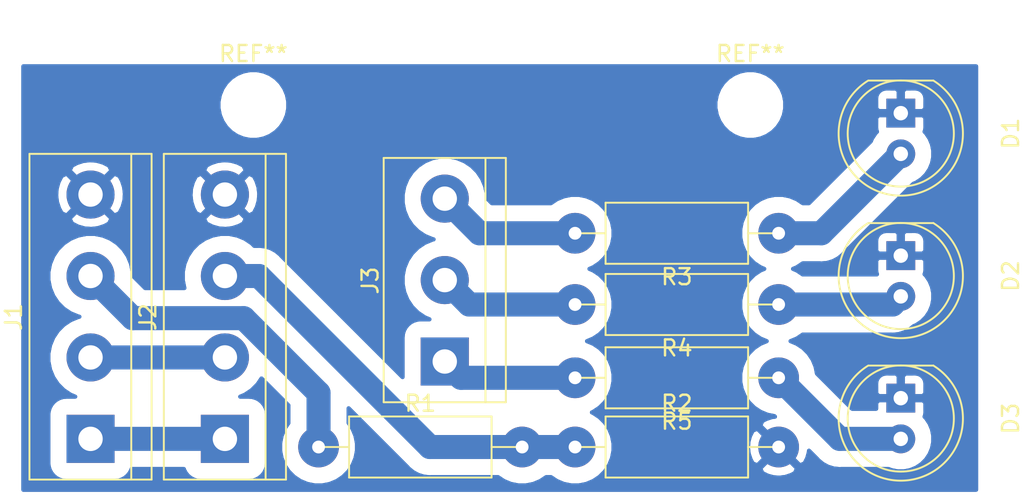
<source format=kicad_pcb>
(kicad_pcb (version 20171130) (host pcbnew "(5.1.12)-1")

  (general
    (thickness 1.6)
    (drawings 5)
    (tracks 22)
    (zones 0)
    (modules 13)
    (nets 12)
  )

  (page A4)
  (layers
    (0 F.Cu signal)
    (31 B.Cu signal)
    (32 B.Adhes user)
    (33 F.Adhes user)
    (34 B.Paste user)
    (35 F.Paste user)
    (36 B.SilkS user)
    (37 F.SilkS user)
    (38 B.Mask user)
    (39 F.Mask user)
    (40 Dwgs.User user)
    (41 Cmts.User user)
    (42 Eco1.User user)
    (43 Eco2.User user)
    (44 Edge.Cuts user)
    (45 Margin user)
    (46 B.CrtYd user)
    (47 F.CrtYd user)
    (48 B.Fab user)
    (49 F.Fab user)
  )

  (setup
    (last_trace_width 1.5)
    (user_trace_width 1.5)
    (trace_clearance 0.2)
    (zone_clearance 0.508)
    (zone_45_only no)
    (trace_min 0.2)
    (via_size 0.8)
    (via_drill 0.4)
    (via_min_size 0.4)
    (via_min_drill 0.3)
    (uvia_size 0.3)
    (uvia_drill 0.1)
    (uvias_allowed no)
    (uvia_min_size 0.2)
    (uvia_min_drill 0.1)
    (edge_width 0.05)
    (segment_width 0.2)
    (pcb_text_width 0.3)
    (pcb_text_size 1.5 1.5)
    (mod_edge_width 0.12)
    (mod_text_size 1 1)
    (mod_text_width 0.15)
    (pad_size 1.524 1.524)
    (pad_drill 0.762)
    (pad_to_mask_clearance 0)
    (aux_axis_origin 0 0)
    (visible_elements 7FFFFFFF)
    (pcbplotparams
      (layerselection 0x010fc_ffffffff)
      (usegerberextensions false)
      (usegerberattributes true)
      (usegerberadvancedattributes true)
      (creategerberjobfile true)
      (excludeedgelayer true)
      (linewidth 0.100000)
      (plotframeref false)
      (viasonmask false)
      (mode 1)
      (useauxorigin false)
      (hpglpennumber 1)
      (hpglpenspeed 20)
      (hpglpendiameter 15.000000)
      (psnegative false)
      (psa4output false)
      (plotreference true)
      (plotvalue true)
      (plotinvisibletext false)
      (padsonsilk false)
      (subtractmaskfromsilk false)
      (outputformat 1)
      (mirror false)
      (drillshape 1)
      (scaleselection 1)
      (outputdirectory ""))
  )

  (net 0 "")
  (net 1 "Net-(J1-Pad2)")
  (net 2 "Net-(J1-Pad3)")
  (net 3 "Net-(J1-Pad1)")
  (net 4 "Net-(D1-Pad2)")
  (net 5 "Net-(D2-Pad2)")
  (net 6 "Net-(D3-Pad2)")
  (net 7 "Net-(J3-Pad1)")
  (net 8 "Net-(J3-Pad2)")
  (net 9 "Net-(J3-Pad3)")
  (net 10 Earth)
  (net 11 "Net-(J2-Pad3)")

  (net_class Default "This is the default net class."
    (clearance 0.2)
    (trace_width 0.25)
    (via_dia 0.8)
    (via_drill 0.4)
    (uvia_dia 0.3)
    (uvia_drill 0.1)
    (add_net Earth)
    (add_net "Net-(D1-Pad2)")
    (add_net "Net-(D2-Pad2)")
    (add_net "Net-(D3-Pad2)")
    (add_net "Net-(J1-Pad1)")
    (add_net "Net-(J1-Pad2)")
    (add_net "Net-(J1-Pad3)")
    (add_net "Net-(J2-Pad3)")
    (add_net "Net-(J3-Pad1)")
    (add_net "Net-(J3-Pad2)")
    (add_net "Net-(J3-Pad3)")
  )

  (module TerminalBlock:TerminalBlock_bornier-4_P5.08mm (layer F.Cu) (tedit 59FF03D1) (tstamp 627012D6)
    (at 137.16 104.902 90)
    (descr "simple 4-pin terminal block, pitch 5.08mm, revamped version of bornier4")
    (tags "terminal block bornier4")
    (path /626B797D)
    (fp_text reference J2 (at 7.6 -4.8 90) (layer F.SilkS)
      (effects (font (size 1 1) (thickness 0.15)))
    )
    (fp_text value Screw_Terminal_01x04 (at 7.6 4.75 90) (layer F.Fab)
      (effects (font (size 1 1) (thickness 0.15)))
    )
    (fp_line (start -2.48 2.55) (end 17.72 2.55) (layer F.Fab) (width 0.1))
    (fp_line (start -2.43 3.75) (end -2.48 3.75) (layer F.Fab) (width 0.1))
    (fp_line (start -2.48 3.75) (end -2.48 -3.75) (layer F.Fab) (width 0.1))
    (fp_line (start -2.48 -3.75) (end 17.72 -3.75) (layer F.Fab) (width 0.1))
    (fp_line (start 17.72 -3.75) (end 17.72 3.75) (layer F.Fab) (width 0.1))
    (fp_line (start 17.72 3.75) (end -2.43 3.75) (layer F.Fab) (width 0.1))
    (fp_line (start -2.54 -3.81) (end -2.54 3.81) (layer F.SilkS) (width 0.12))
    (fp_line (start 17.78 3.81) (end 17.78 -3.81) (layer F.SilkS) (width 0.12))
    (fp_line (start 17.78 2.54) (end -2.54 2.54) (layer F.SilkS) (width 0.12))
    (fp_line (start -2.54 -3.81) (end 17.78 -3.81) (layer F.SilkS) (width 0.12))
    (fp_line (start -2.54 3.81) (end 17.78 3.81) (layer F.SilkS) (width 0.12))
    (fp_line (start -2.73 -4) (end 17.97 -4) (layer F.CrtYd) (width 0.05))
    (fp_line (start -2.73 -4) (end -2.73 4) (layer F.CrtYd) (width 0.05))
    (fp_line (start 17.97 4) (end 17.97 -4) (layer F.CrtYd) (width 0.05))
    (fp_line (start 17.97 4) (end -2.73 4) (layer F.CrtYd) (width 0.05))
    (fp_text user %R (at 7.62 0 90) (layer F.Fab)
      (effects (font (size 1 1) (thickness 0.15)))
    )
    (pad 2 thru_hole circle (at 5.08 0 90) (size 3 3) (drill 1.52) (layers *.Cu *.Mask)
      (net 1 "Net-(J1-Pad2)"))
    (pad 3 thru_hole circle (at 10.16 0 90) (size 3 3) (drill 1.52) (layers *.Cu *.Mask)
      (net 11 "Net-(J2-Pad3)"))
    (pad 1 thru_hole rect (at 0 0 90) (size 3 3) (drill 1.52) (layers *.Cu *.Mask)
      (net 3 "Net-(J1-Pad1)"))
    (pad 4 thru_hole circle (at 15.24 0 90) (size 3 3) (drill 1.52) (layers *.Cu *.Mask)
      (net 10 Earth))
    (model ${KISYS3DMOD}/TerminalBlock.3dshapes/TerminalBlock_bornier-4_P5.08mm.wrl
      (offset (xyz 7.619999885559082 0 0))
      (scale (xyz 1 1 1))
      (rotate (xyz 0 0 0))
    )
  )

  (module MountingHole:MountingHole_2.1mm (layer F.Cu) (tedit 5B924765) (tstamp 6270209C)
    (at 138.938 84.074)
    (descr "Mounting Hole 2.1mm, no annular")
    (tags "mounting hole 2.1mm no annular")
    (attr virtual)
    (fp_text reference REF** (at 0 -3.2) (layer F.SilkS)
      (effects (font (size 1 1) (thickness 0.15)))
    )
    (fp_text value MountingHole_2.1mm (at 2.3876 -5.7023) (layer F.Fab)
      (effects (font (size 1 1) (thickness 0.15)))
    )
    (fp_text user %R (at 0.3 0) (layer F.Fab)
      (effects (font (size 1 1) (thickness 0.15)))
    )
    (fp_circle (center 0 0) (end 2.1 0) (layer Cmts.User) (width 0.15))
    (fp_circle (center 0 0) (end 2.35 0) (layer F.CrtYd) (width 0.05))
    (pad "" np_thru_hole circle (at 0 0) (size 2.1 2.1) (drill 2.1) (layers *.Cu *.Mask))
  )

  (module MountingHole:MountingHole_2.1mm (layer F.Cu) (tedit 5B924765) (tstamp 62702071)
    (at 169.94 84.074)
    (descr "Mounting Hole 2.1mm, no annular")
    (tags "mounting hole 2.1mm no annular")
    (attr virtual)
    (fp_text reference REF** (at 0 -3.2) (layer F.SilkS)
      (effects (font (size 1 1) (thickness 0.15)))
    )
    (fp_text value MountingHole_2.1mm (at 0 3.2) (layer F.Fab)
      (effects (font (size 1 1) (thickness 0.15)))
    )
    (fp_text user %R (at 0.3 0) (layer F.Fab)
      (effects (font (size 1 1) (thickness 0.15)))
    )
    (fp_circle (center 0 0) (end 2.1 0) (layer Cmts.User) (width 0.15))
    (fp_circle (center 0 0) (end 2.35 0) (layer F.CrtYd) (width 0.05))
    (pad "" np_thru_hole circle (at 0 0) (size 2.1 2.1) (drill 2.1) (layers *.Cu *.Mask))
  )

  (module mes_empuntes:R (layer F.Cu) (tedit 60E6F086) (tstamp 62700A07)
    (at 171.704 92.075 180)
    (descr "Resistor, Axial_DIN0309 series, Axial, Horizontal, pin pitch=12.7mm, 0.5W = 1/2W, length*diameter=9*3.2mm^2, http://cdn-reichelt.de/documents/datenblatt/B400/1_4W%23YAG.pdf")
    (tags "Resistor Axial_DIN0309 series Axial Horizontal pin pitch 12.7mm 0.5W = 1/2W length 9mm diameter 3.2mm")
    (path /626FDA3D)
    (fp_text reference R3 (at 6.35 -2.72) (layer F.SilkS)
      (effects (font (size 1 1) (thickness 0.15)))
    )
    (fp_text value R (at 6.35 2.72) (layer F.Fab)
      (effects (font (size 1 1) (thickness 0.15)))
    )
    (fp_line (start 13.75 -1.85) (end -1.05 -1.85) (layer F.CrtYd) (width 0.05))
    (fp_line (start 13.75 1.85) (end 13.75 -1.85) (layer F.CrtYd) (width 0.05))
    (fp_line (start -1.05 1.85) (end 13.75 1.85) (layer F.CrtYd) (width 0.05))
    (fp_line (start -1.05 -1.85) (end -1.05 1.85) (layer F.CrtYd) (width 0.05))
    (fp_line (start 0 0) (end 1.905 0) (layer F.SilkS) (width 0.12))
    (fp_line (start 12.7 0) (end 10.795 0) (layer F.SilkS) (width 0.12))
    (fp_line (start 1.905 -1.905) (end 1.905 1.905) (layer F.SilkS) (width 0.12))
    (fp_line (start 1.905 1.905) (end 10.795 1.905) (layer F.SilkS) (width 0.12))
    (fp_line (start 10.795 1.905) (end 10.795 -1.905) (layer F.SilkS) (width 0.12))
    (fp_line (start 10.795 -1.905) (end 1.905 -1.905) (layer F.SilkS) (width 0.12))
    (fp_text user %R (at 6.858 0.127) (layer F.Fab)
      (effects (font (size 1 1) (thickness 0.15)))
    )
    (pad 1 thru_hole circle (at 0 0 180) (size 2.54 2.54) (drill 0.8) (layers *.Cu *.Mask)
      (net 4 "Net-(D1-Pad2)"))
    (pad 2 thru_hole circle (at 12.7 0 180) (size 2.54 2.54) (drill 0.8) (layers *.Cu *.Mask)
      (net 9 "Net-(J3-Pad3)"))
    (model ${KISYS3DMOD}/Resistor_THT.3dshapes/R_Axial_DIN0309_L9.0mm_D3.2mm_P12.70mm_Horizontal.wrl
      (at (xyz 0 0 0))
      (scale (xyz 1 1 1))
      (rotate (xyz 0 0 0))
    )
  )

  (module TerminalBlock:TerminalBlock_bornier-4_P5.08mm (layer F.Cu) (tedit 59FF03D1) (tstamp 626AF6CD)
    (at 128.778 104.902 90)
    (descr "simple 4-pin terminal block, pitch 5.08mm, revamped version of bornier4")
    (tags "terminal block bornier4")
    (path /626AA26F)
    (fp_text reference J1 (at 7.6 -4.8 90) (layer F.SilkS)
      (effects (font (size 1 1) (thickness 0.15)))
    )
    (fp_text value Screw_Terminal_01x04 (at 7.6 4.75 90) (layer F.Fab)
      (effects (font (size 1 1) (thickness 0.15)))
    )
    (fp_line (start 17.97 4) (end -2.73 4) (layer F.CrtYd) (width 0.05))
    (fp_line (start 17.97 4) (end 17.97 -4) (layer F.CrtYd) (width 0.05))
    (fp_line (start -2.73 -4) (end -2.73 4) (layer F.CrtYd) (width 0.05))
    (fp_line (start -2.73 -4) (end 17.97 -4) (layer F.CrtYd) (width 0.05))
    (fp_line (start -2.54 3.81) (end 17.78 3.81) (layer F.SilkS) (width 0.12))
    (fp_line (start -2.54 -3.81) (end 17.78 -3.81) (layer F.SilkS) (width 0.12))
    (fp_line (start 17.78 2.54) (end -2.54 2.54) (layer F.SilkS) (width 0.12))
    (fp_line (start 17.78 3.81) (end 17.78 -3.81) (layer F.SilkS) (width 0.12))
    (fp_line (start -2.54 -3.81) (end -2.54 3.81) (layer F.SilkS) (width 0.12))
    (fp_line (start 17.72 3.75) (end -2.43 3.75) (layer F.Fab) (width 0.1))
    (fp_line (start 17.72 -3.75) (end 17.72 3.75) (layer F.Fab) (width 0.1))
    (fp_line (start -2.48 -3.75) (end 17.72 -3.75) (layer F.Fab) (width 0.1))
    (fp_line (start -2.48 3.75) (end -2.48 -3.75) (layer F.Fab) (width 0.1))
    (fp_line (start -2.43 3.75) (end -2.48 3.75) (layer F.Fab) (width 0.1))
    (fp_line (start -2.48 2.55) (end 17.72 2.55) (layer F.Fab) (width 0.1))
    (fp_text user %R (at 7.62 0 90) (layer F.Fab)
      (effects (font (size 1 1) (thickness 0.15)))
    )
    (pad 2 thru_hole circle (at 5.08 0 90) (size 3 3) (drill 1.52) (layers *.Cu *.Mask)
      (net 1 "Net-(J1-Pad2)"))
    (pad 3 thru_hole circle (at 10.16 0 90) (size 3 3) (drill 1.52) (layers *.Cu *.Mask)
      (net 2 "Net-(J1-Pad3)"))
    (pad 1 thru_hole rect (at 0 0 90) (size 3 3) (drill 1.52) (layers *.Cu *.Mask)
      (net 3 "Net-(J1-Pad1)"))
    (pad 4 thru_hole circle (at 15.24 0 90) (size 3 3) (drill 1.52) (layers *.Cu *.Mask)
      (net 10 Earth))
    (model ${KISYS3DMOD}/TerminalBlock.3dshapes/TerminalBlock_bornier-4_P5.08mm.wrl
      (offset (xyz 7.619999885559082 0 0))
      (scale (xyz 1 1 1))
      (rotate (xyz 0 0 0))
    )
  )

  (module mes_empuntes:R (layer F.Cu) (tedit 60E6F086) (tstamp 626AF6DE)
    (at 143.002 105.41)
    (descr "Resistor, Axial_DIN0309 series, Axial, Horizontal, pin pitch=12.7mm, 0.5W = 1/2W, length*diameter=9*3.2mm^2, http://cdn-reichelt.de/documents/datenblatt/B400/1_4W%23YAG.pdf")
    (tags "Resistor Axial_DIN0309 series Axial Horizontal pin pitch 12.7mm 0.5W = 1/2W length 9mm diameter 3.2mm")
    (path /626AAD55)
    (fp_text reference R1 (at 6.35 -2.72) (layer F.SilkS)
      (effects (font (size 1 1) (thickness 0.15)))
    )
    (fp_text value 1000 (at 6.35 2.72) (layer F.Fab)
      (effects (font (size 1 1) (thickness 0.15)))
    )
    (fp_line (start 10.795 -1.905) (end 1.905 -1.905) (layer F.SilkS) (width 0.12))
    (fp_line (start 10.795 1.905) (end 10.795 -1.905) (layer F.SilkS) (width 0.12))
    (fp_line (start 1.905 1.905) (end 10.795 1.905) (layer F.SilkS) (width 0.12))
    (fp_line (start 1.905 -1.905) (end 1.905 1.905) (layer F.SilkS) (width 0.12))
    (fp_line (start 12.7 0) (end 10.795 0) (layer F.SilkS) (width 0.12))
    (fp_line (start 0 0) (end 1.905 0) (layer F.SilkS) (width 0.12))
    (fp_line (start -1.05 -1.85) (end -1.05 1.85) (layer F.CrtYd) (width 0.05))
    (fp_line (start -1.05 1.85) (end 13.75 1.85) (layer F.CrtYd) (width 0.05))
    (fp_line (start 13.75 1.85) (end 13.75 -1.85) (layer F.CrtYd) (width 0.05))
    (fp_line (start 13.75 -1.85) (end -1.05 -1.85) (layer F.CrtYd) (width 0.05))
    (fp_text user %R (at 3.81 0) (layer F.Fab)
      (effects (font (size 1 1) (thickness 0.15)))
    )
    (pad 1 thru_hole circle (at 0 0) (size 2.54 2.54) (drill 0.8) (layers *.Cu *.Mask)
      (net 2 "Net-(J1-Pad3)"))
    (pad 2 thru_hole circle (at 12.7 0) (size 2.54 2.54) (drill 0.8) (layers *.Cu *.Mask)
      (net 11 "Net-(J2-Pad3)"))
    (model ${KISYS3DMOD}/Resistor_THT.3dshapes/R_Axial_DIN0309_L9.0mm_D3.2mm_P12.70mm_Horizontal.wrl
      (at (xyz 0 0 0))
      (scale (xyz 1 1 1))
      (rotate (xyz 0 0 0))
    )
  )

  (module mes_empuntes:R (layer F.Cu) (tedit 60E6F086) (tstamp 626AF6EF)
    (at 159.004 105.41)
    (descr "Resistor, Axial_DIN0309 series, Axial, Horizontal, pin pitch=12.7mm, 0.5W = 1/2W, length*diameter=9*3.2mm^2, http://cdn-reichelt.de/documents/datenblatt/B400/1_4W%23YAG.pdf")
    (tags "Resistor Axial_DIN0309 series Axial Horizontal pin pitch 12.7mm 0.5W = 1/2W length 9mm diameter 3.2mm")
    (path /626ABA75)
    (fp_text reference R2 (at 6.35 -2.72) (layer F.SilkS)
      (effects (font (size 1 1) (thickness 0.15)))
    )
    (fp_text value 2000 (at 6.35 2.72) (layer F.Fab)
      (effects (font (size 1 1) (thickness 0.15)))
    )
    (fp_line (start 13.75 -1.85) (end -1.05 -1.85) (layer F.CrtYd) (width 0.05))
    (fp_line (start 13.75 1.85) (end 13.75 -1.85) (layer F.CrtYd) (width 0.05))
    (fp_line (start -1.05 1.85) (end 13.75 1.85) (layer F.CrtYd) (width 0.05))
    (fp_line (start -1.05 -1.85) (end -1.05 1.85) (layer F.CrtYd) (width 0.05))
    (fp_line (start 0 0) (end 1.905 0) (layer F.SilkS) (width 0.12))
    (fp_line (start 12.7 0) (end 10.795 0) (layer F.SilkS) (width 0.12))
    (fp_line (start 1.905 -1.905) (end 1.905 1.905) (layer F.SilkS) (width 0.12))
    (fp_line (start 1.905 1.905) (end 10.795 1.905) (layer F.SilkS) (width 0.12))
    (fp_line (start 10.795 1.905) (end 10.795 -1.905) (layer F.SilkS) (width 0.12))
    (fp_line (start 10.795 -1.905) (end 1.905 -1.905) (layer F.SilkS) (width 0.12))
    (fp_text user %R (at 4.1656 -0.1016) (layer F.Fab)
      (effects (font (size 1 1) (thickness 0.15)))
    )
    (pad 2 thru_hole circle (at 12.7 0) (size 2.54 2.54) (drill 0.8) (layers *.Cu *.Mask)
      (net 10 Earth))
    (pad 1 thru_hole circle (at 0 0) (size 2.54 2.54) (drill 0.8) (layers *.Cu *.Mask)
      (net 11 "Net-(J2-Pad3)"))
    (model ${KISYS3DMOD}/Resistor_THT.3dshapes/R_Axial_DIN0309_L9.0mm_D3.2mm_P12.70mm_Horizontal.wrl
      (at (xyz 0 0 0))
      (scale (xyz 1 1 1))
      (rotate (xyz 0 0 0))
    )
  )

  (module TerminalBlock:TerminalBlock_bornier-3_P5.08mm (layer F.Cu) (tedit 59FF03B9) (tstamp 627005CC)
    (at 150.876 100.076 90)
    (descr "simple 3-pin terminal block, pitch 5.08mm, revamped version of bornier3")
    (tags "terminal block bornier3")
    (path /626BD496)
    (fp_text reference J3 (at 5.05 -4.65 90) (layer F.SilkS)
      (effects (font (size 1 1) (thickness 0.15)))
    )
    (fp_text value Screw_Terminal_01x03 (at 5.08 5.08 90) (layer F.Fab)
      (effects (font (size 1 1) (thickness 0.15)))
    )
    (fp_line (start -2.47 2.55) (end 12.63 2.55) (layer F.Fab) (width 0.1))
    (fp_line (start -2.47 -3.75) (end 12.63 -3.75) (layer F.Fab) (width 0.1))
    (fp_line (start 12.63 -3.75) (end 12.63 3.75) (layer F.Fab) (width 0.1))
    (fp_line (start 12.63 3.75) (end -2.47 3.75) (layer F.Fab) (width 0.1))
    (fp_line (start -2.47 3.75) (end -2.47 -3.75) (layer F.Fab) (width 0.1))
    (fp_line (start -2.54 3.81) (end -2.54 -3.81) (layer F.SilkS) (width 0.12))
    (fp_line (start 12.7 3.81) (end 12.7 -3.81) (layer F.SilkS) (width 0.12))
    (fp_line (start -2.54 2.54) (end 12.7 2.54) (layer F.SilkS) (width 0.12))
    (fp_line (start -2.54 -3.81) (end 12.7 -3.81) (layer F.SilkS) (width 0.12))
    (fp_line (start -2.54 3.81) (end 12.7 3.81) (layer F.SilkS) (width 0.12))
    (fp_line (start -2.72 -4) (end 12.88 -4) (layer F.CrtYd) (width 0.05))
    (fp_line (start -2.72 -4) (end -2.72 4) (layer F.CrtYd) (width 0.05))
    (fp_line (start 12.88 4) (end 12.88 -4) (layer F.CrtYd) (width 0.05))
    (fp_line (start 12.88 4) (end -2.72 4) (layer F.CrtYd) (width 0.05))
    (fp_text user %R (at 5.08 0 90) (layer F.Fab)
      (effects (font (size 1 1) (thickness 0.15)))
    )
    (pad 1 thru_hole rect (at 0 0 90) (size 3 3) (drill 1.52) (layers *.Cu *.Mask)
      (net 7 "Net-(J3-Pad1)"))
    (pad 2 thru_hole circle (at 5.08 0 90) (size 3 3) (drill 1.52) (layers *.Cu *.Mask)
      (net 8 "Net-(J3-Pad2)"))
    (pad 3 thru_hole circle (at 10.16 0 90) (size 3 3) (drill 1.52) (layers *.Cu *.Mask)
      (net 9 "Net-(J3-Pad3)"))
    (model ${KISYS3DMOD}/TerminalBlock.3dshapes/TerminalBlock_bornier-3_P5.08mm.wrl
      (offset (xyz 5.079999923706055 0 0))
      (scale (xyz 1 1 1))
      (rotate (xyz 0 0 0))
    )
  )

  (module mes_empuntes:R (layer F.Cu) (tedit 60E6F086) (tstamp 62700A18)
    (at 171.704 96.52 180)
    (descr "Resistor, Axial_DIN0309 series, Axial, Horizontal, pin pitch=12.7mm, 0.5W = 1/2W, length*diameter=9*3.2mm^2, http://cdn-reichelt.de/documents/datenblatt/B400/1_4W%23YAG.pdf")
    (tags "Resistor Axial_DIN0309 series Axial Horizontal pin pitch 12.7mm 0.5W = 1/2W length 9mm diameter 3.2mm")
    (path /626FE2BD)
    (fp_text reference R4 (at 6.35 -2.72) (layer F.SilkS)
      (effects (font (size 1 1) (thickness 0.15)))
    )
    (fp_text value R (at 6.35 2.72) (layer F.Fab)
      (effects (font (size 1 1) (thickness 0.15)))
    )
    (fp_line (start 10.795 -1.905) (end 1.905 -1.905) (layer F.SilkS) (width 0.12))
    (fp_line (start 10.795 1.905) (end 10.795 -1.905) (layer F.SilkS) (width 0.12))
    (fp_line (start 1.905 1.905) (end 10.795 1.905) (layer F.SilkS) (width 0.12))
    (fp_line (start 1.905 -1.905) (end 1.905 1.905) (layer F.SilkS) (width 0.12))
    (fp_line (start 12.7 0) (end 10.795 0) (layer F.SilkS) (width 0.12))
    (fp_line (start 0 0) (end 1.905 0) (layer F.SilkS) (width 0.12))
    (fp_line (start -1.05 -1.85) (end -1.05 1.85) (layer F.CrtYd) (width 0.05))
    (fp_line (start -1.05 1.85) (end 13.75 1.85) (layer F.CrtYd) (width 0.05))
    (fp_line (start 13.75 1.85) (end 13.75 -1.85) (layer F.CrtYd) (width 0.05))
    (fp_line (start 13.75 -1.85) (end -1.05 -1.85) (layer F.CrtYd) (width 0.05))
    (fp_text user %R (at 6.35 0) (layer F.Fab)
      (effects (font (size 1 1) (thickness 0.15)))
    )
    (pad 2 thru_hole circle (at 12.7 0 180) (size 2.54 2.54) (drill 0.8) (layers *.Cu *.Mask)
      (net 8 "Net-(J3-Pad2)"))
    (pad 1 thru_hole circle (at 0 0 180) (size 2.54 2.54) (drill 0.8) (layers *.Cu *.Mask)
      (net 5 "Net-(D2-Pad2)"))
    (model ${KISYS3DMOD}/Resistor_THT.3dshapes/R_Axial_DIN0309_L9.0mm_D3.2mm_P12.70mm_Horizontal.wrl
      (at (xyz 0 0 0))
      (scale (xyz 1 1 1))
      (rotate (xyz 0 0 0))
    )
  )

  (module mes_empuntes:R (layer F.Cu) (tedit 60E6F086) (tstamp 62700A29)
    (at 171.704 101.092 180)
    (descr "Resistor, Axial_DIN0309 series, Axial, Horizontal, pin pitch=12.7mm, 0.5W = 1/2W, length*diameter=9*3.2mm^2, http://cdn-reichelt.de/documents/datenblatt/B400/1_4W%23YAG.pdf")
    (tags "Resistor Axial_DIN0309 series Axial Horizontal pin pitch 12.7mm 0.5W = 1/2W length 9mm diameter 3.2mm")
    (path /626FE3FD)
    (fp_text reference R5 (at 6.35 -2.72) (layer F.SilkS)
      (effects (font (size 1 1) (thickness 0.15)))
    )
    (fp_text value R (at 6.35 2.72) (layer F.Fab)
      (effects (font (size 1 1) (thickness 0.15)))
    )
    (fp_line (start 13.75 -1.85) (end -1.05 -1.85) (layer F.CrtYd) (width 0.05))
    (fp_line (start 13.75 1.85) (end 13.75 -1.85) (layer F.CrtYd) (width 0.05))
    (fp_line (start -1.05 1.85) (end 13.75 1.85) (layer F.CrtYd) (width 0.05))
    (fp_line (start -1.05 -1.85) (end -1.05 1.85) (layer F.CrtYd) (width 0.05))
    (fp_line (start 0 0) (end 1.905 0) (layer F.SilkS) (width 0.12))
    (fp_line (start 12.7 0) (end 10.795 0) (layer F.SilkS) (width 0.12))
    (fp_line (start 1.905 -1.905) (end 1.905 1.905) (layer F.SilkS) (width 0.12))
    (fp_line (start 1.905 1.905) (end 10.795 1.905) (layer F.SilkS) (width 0.12))
    (fp_line (start 10.795 1.905) (end 10.795 -1.905) (layer F.SilkS) (width 0.12))
    (fp_line (start 10.795 -1.905) (end 1.905 -1.905) (layer F.SilkS) (width 0.12))
    (fp_text user %R (at 6.35 0) (layer F.Fab)
      (effects (font (size 1 1) (thickness 0.15)))
    )
    (pad 1 thru_hole circle (at 0 0 180) (size 2.54 2.54) (drill 0.8) (layers *.Cu *.Mask)
      (net 6 "Net-(D3-Pad2)"))
    (pad 2 thru_hole circle (at 12.7 0 180) (size 2.54 2.54) (drill 0.8) (layers *.Cu *.Mask)
      (net 7 "Net-(J3-Pad1)"))
    (model ${KISYS3DMOD}/Resistor_THT.3dshapes/R_Axial_DIN0309_L9.0mm_D3.2mm_P12.70mm_Horizontal.wrl
      (at (xyz 0 0 0))
      (scale (xyz 1 1 1))
      (rotate (xyz 0 0 0))
    )
  )

  (module mes_empuntes:LED_D8.0_mm_mod (layer F.Cu) (tedit 626FB32D) (tstamp 627022F8)
    (at 179.324 84.582 270)
    (descr "LED, diameter 8.0mm, 2 pins, http://cdn-reichelt.de/documents/datenblatt/A500/LED8MMGE_LED8MMGN_LED8MMRT%23KIN.pdf")
    (tags "LED diameter 8.0mm 2 pins")
    (path /626BE91F)
    (fp_text reference D1 (at 1.27 -6.858 90) (layer F.SilkS)
      (effects (font (size 1 1) (thickness 0.15)))
    )
    (fp_text value LED (at 1.016 6.35 90) (layer F.Fab)
      (effects (font (size 1 1) (thickness 0.15)))
    )
    (fp_line (start 5.588 -4.318) (end -3.048 -4.318) (layer F.CrtYd) (width 0.05))
    (fp_line (start 5.588 4.318) (end 5.588 -4.318) (layer F.CrtYd) (width 0.05))
    (fp_line (start -3.048 4.318) (end 5.588 4.318) (layer F.CrtYd) (width 0.05))
    (fp_line (start -3.048 -4.342) (end -3.048 4.318) (layer F.CrtYd) (width 0.05))
    (fp_line (start -2.032 -2.032) (end -2.032 1.998) (layer F.SilkS) (width 0.12))
    (fp_line (start -1.998812 -2.032) (end -1.998812 2.091106) (layer F.Fab) (width 0.1))
    (fp_circle (center 1.27 0) (end 4.572 0.254) (layer F.SilkS) (width 0.12))
    (fp_circle (center 1.27 0) (end 4.572 0) (layer F.Fab) (width 0.1))
    (fp_arc (start 1.27 0) (end -1.998811 2.091105) (angle -295.7848663) (layer F.Fab) (width 0.12))
    (fp_arc (start 1.27 0) (end -2.031999 2.031999) (angle -296.7849955) (layer F.SilkS) (width 0.12))
    (pad 1 thru_hole rect (at 0 0 270) (size 1.8 1.8) (drill 0.9) (layers *.Cu *.Mask)
      (net 10 Earth))
    (pad 2 thru_hole circle (at 2.54 0 270) (size 1.8 1.8) (drill 0.9) (layers *.Cu *.Mask)
      (net 4 "Net-(D1-Pad2)"))
    (model ${KISYS3DMOD}/LED_THT.3dshapes/LED_D8.0mm.wrl
      (at (xyz 0 0 0))
      (scale (xyz 1 1 1))
      (rotate (xyz 0 0 0))
    )
  )

  (module mes_empuntes:LED_D8.0_mm_mod (layer F.Cu) (tedit 626FB32D) (tstamp 62702308)
    (at 179.324 93.472 270)
    (descr "LED, diameter 8.0mm, 2 pins, http://cdn-reichelt.de/documents/datenblatt/A500/LED8MMGE_LED8MMGN_LED8MMRT%23KIN.pdf")
    (tags "LED diameter 8.0mm 2 pins")
    (path /626BF70B)
    (fp_text reference D2 (at 1.27 -6.858 90) (layer F.SilkS)
      (effects (font (size 1 1) (thickness 0.15)))
    )
    (fp_text value LED (at 1.016 6.35 90) (layer F.Fab)
      (effects (font (size 1 1) (thickness 0.15)))
    )
    (fp_circle (center 1.27 0) (end 4.572 0) (layer F.Fab) (width 0.1))
    (fp_circle (center 1.27 0) (end 4.572 0.254) (layer F.SilkS) (width 0.12))
    (fp_line (start -1.998812 -2.032) (end -1.998812 2.091106) (layer F.Fab) (width 0.1))
    (fp_line (start -2.032 -2.032) (end -2.032 1.998) (layer F.SilkS) (width 0.12))
    (fp_line (start -3.048 -4.342) (end -3.048 4.318) (layer F.CrtYd) (width 0.05))
    (fp_line (start -3.048 4.318) (end 5.588 4.318) (layer F.CrtYd) (width 0.05))
    (fp_line (start 5.588 4.318) (end 5.588 -4.318) (layer F.CrtYd) (width 0.05))
    (fp_line (start 5.588 -4.318) (end -3.048 -4.318) (layer F.CrtYd) (width 0.05))
    (fp_arc (start 1.27 0) (end -2.031999 2.031999) (angle -296.7849955) (layer F.SilkS) (width 0.12))
    (fp_arc (start 1.27 0) (end -1.998811 2.091105) (angle -295.7848663) (layer F.Fab) (width 0.12))
    (pad 2 thru_hole circle (at 2.54 0 270) (size 1.8 1.8) (drill 0.9) (layers *.Cu *.Mask)
      (net 5 "Net-(D2-Pad2)"))
    (pad 1 thru_hole rect (at 0 0 270) (size 1.8 1.8) (drill 0.9) (layers *.Cu *.Mask)
      (net 10 Earth))
    (model ${KISYS3DMOD}/LED_THT.3dshapes/LED_D8.0mm.wrl
      (at (xyz 0 0 0))
      (scale (xyz 1 1 1))
      (rotate (xyz 0 0 0))
    )
  )

  (module mes_empuntes:LED_D8.0_mm_mod (layer F.Cu) (tedit 626FB32D) (tstamp 62702318)
    (at 179.324 102.362 270)
    (descr "LED, diameter 8.0mm, 2 pins, http://cdn-reichelt.de/documents/datenblatt/A500/LED8MMGE_LED8MMGN_LED8MMRT%23KIN.pdf")
    (tags "LED diameter 8.0mm 2 pins")
    (path /626BF9C6)
    (fp_text reference D3 (at 1.27 -6.858 90) (layer F.SilkS)
      (effects (font (size 1 1) (thickness 0.15)))
    )
    (fp_text value LED (at 1.016 6.35 90) (layer F.Fab)
      (effects (font (size 1 1) (thickness 0.15)))
    )
    (fp_line (start 5.588 -4.318) (end -3.048 -4.318) (layer F.CrtYd) (width 0.05))
    (fp_line (start 5.588 4.318) (end 5.588 -4.318) (layer F.CrtYd) (width 0.05))
    (fp_line (start -3.048 4.318) (end 5.588 4.318) (layer F.CrtYd) (width 0.05))
    (fp_line (start -3.048 -4.342) (end -3.048 4.318) (layer F.CrtYd) (width 0.05))
    (fp_line (start -2.032 -2.032) (end -2.032 1.998) (layer F.SilkS) (width 0.12))
    (fp_line (start -1.998812 -2.032) (end -1.998812 2.091106) (layer F.Fab) (width 0.1))
    (fp_circle (center 1.27 0) (end 4.572 0.254) (layer F.SilkS) (width 0.12))
    (fp_circle (center 1.27 0) (end 4.572 0) (layer F.Fab) (width 0.1))
    (fp_arc (start 1.27 0) (end -1.998811 2.091105) (angle -295.7848663) (layer F.Fab) (width 0.12))
    (fp_arc (start 1.27 0) (end -2.031999 2.031999) (angle -296.7849955) (layer F.SilkS) (width 0.12))
    (pad 1 thru_hole rect (at 0 0 270) (size 1.8 1.8) (drill 0.9) (layers *.Cu *.Mask)
      (net 10 Earth))
    (pad 2 thru_hole circle (at 2.54 0 270) (size 1.8 1.8) (drill 0.9) (layers *.Cu *.Mask)
      (net 6 "Net-(D3-Pad2)"))
    (model ${KISYS3DMOD}/LED_THT.3dshapes/LED_D8.0mm.wrl
      (at (xyz 0 0 0))
      (scale (xyz 1 1 1))
      (rotate (xyz 0 0 0))
    )
  )

  (gr_line (start 124.46 81.534) (end 125.73 81.534) (layer Dwgs.User) (width 0.15) (tstamp 626AFA5F))
  (gr_line (start 124.46 108.204) (end 124.46 81.534) (layer Dwgs.User) (width 0.15))
  (gr_line (start 184.15 108.204) (end 124.46 108.204) (layer Dwgs.User) (width 0.15))
  (gr_line (start 184.15 81.534) (end 184.15 108.204) (layer Dwgs.User) (width 0.15))
  (gr_line (start 125.73 81.534) (end 184.15 81.534) (layer Dwgs.User) (width 0.15))

  (segment (start 128.778 99.822) (end 137.16 99.822) (width 1.5) (layer B.Cu) (net 1))
  (segment (start 143.002 102.037998) (end 143.002 105.41) (width 1.5) (layer B.Cu) (net 2))
  (segment (start 138.336001 97.371999) (end 143.002 102.037998) (width 1.5) (layer B.Cu) (net 2))
  (segment (start 131.407999 97.371999) (end 138.336001 97.371999) (width 1.5) (layer B.Cu) (net 2))
  (segment (start 128.778 94.742) (end 131.407999 97.371999) (width 1.5) (layer B.Cu) (net 2))
  (segment (start 128.778 104.902) (end 137.16 104.902) (width 1.5) (layer B.Cu) (net 3))
  (segment (start 174.371 92.075) (end 179.324 87.122) (width 1.5) (layer B.Cu) (net 4))
  (segment (start 171.704 92.075) (end 174.371 92.075) (width 1.5) (layer B.Cu) (net 4))
  (segment (start 178.816 96.52) (end 179.324 96.012) (width 1.5) (layer B.Cu) (net 5))
  (segment (start 171.704 96.52) (end 178.816 96.52) (width 1.5) (layer B.Cu) (net 5))
  (segment (start 175.514 104.902) (end 179.324 104.902) (width 1.5) (layer B.Cu) (net 6))
  (segment (start 171.704 101.092) (end 175.514 104.902) (width 1.5) (layer B.Cu) (net 6))
  (segment (start 151.892 101.092) (end 150.876 100.076) (width 1.5) (layer B.Cu) (net 7))
  (segment (start 159.004 101.092) (end 151.892 101.092) (width 1.5) (layer B.Cu) (net 7))
  (segment (start 152.4 96.52) (end 150.876 94.996) (width 1.5) (layer B.Cu) (net 8))
  (segment (start 159.004 96.52) (end 152.4 96.52) (width 1.5) (layer B.Cu) (net 8))
  (segment (start 153.035 92.075) (end 150.876 89.916) (width 1.5) (layer B.Cu) (net 9))
  (segment (start 159.004 92.075) (end 153.035 92.075) (width 1.5) (layer B.Cu) (net 9))
  (segment (start 159.004 105.41) (end 155.702 105.41) (width 1.5) (layer B.Cu) (net 11))
  (segment (start 149.94932 105.41) (end 155.702 105.41) (width 1.5) (layer B.Cu) (net 11))
  (segment (start 139.28132 94.742) (end 149.94932 105.41) (width 1.5) (layer B.Cu) (net 11))
  (segment (start 137.16 94.742) (end 139.28132 94.742) (width 1.5) (layer B.Cu) (net 11))

  (zone (net 10) (net_name Earth) (layer B.Cu) (tstamp 62702890) (hatch edge 0.508)
    (connect_pads (clearance 1))
    (min_thickness 0.254)
    (fill yes (arc_segments 32) (thermal_gap 0.508) (thermal_bridge_width 0.508))
    (polygon
      (pts
        (xy 184.15 108.204) (xy 124.46 108.204) (xy 124.46 81.534) (xy 184.15 81.534)
      )
    )
    (filled_polygon
      (pts
        (xy 184.023 108.077) (xy 124.587 108.077) (xy 124.587 103.402) (xy 126.145547 103.402) (xy 126.145547 106.402)
        (xy 126.167307 106.622931) (xy 126.23175 106.835371) (xy 126.3364 107.031157) (xy 126.477235 107.202765) (xy 126.648843 107.3436)
        (xy 126.844629 107.44825) (xy 127.057069 107.512693) (xy 127.278 107.534453) (xy 130.278 107.534453) (xy 130.498931 107.512693)
        (xy 130.711371 107.44825) (xy 130.907157 107.3436) (xy 131.078765 107.202765) (xy 131.2196 107.031157) (xy 131.32425 106.835371)
        (xy 131.34135 106.779) (xy 134.59665 106.779) (xy 134.61375 106.835371) (xy 134.7184 107.031157) (xy 134.859235 107.202765)
        (xy 135.030843 107.3436) (xy 135.226629 107.44825) (xy 135.439069 107.512693) (xy 135.66 107.534453) (xy 138.66 107.534453)
        (xy 138.880931 107.512693) (xy 139.093371 107.44825) (xy 139.289157 107.3436) (xy 139.460765 107.202765) (xy 139.6016 107.031157)
        (xy 139.70625 106.835371) (xy 139.770693 106.622931) (xy 139.792453 106.402) (xy 139.792453 103.402) (xy 139.770693 103.181069)
        (xy 139.70625 102.968629) (xy 139.6016 102.772843) (xy 139.460765 102.601235) (xy 139.289157 102.4604) (xy 139.093371 102.35575)
        (xy 138.880931 102.291307) (xy 138.66 102.269547) (xy 138.115781 102.269547) (xy 138.404351 102.150017) (xy 138.834615 101.862524)
        (xy 139.200524 101.496615) (xy 139.443099 101.133576) (xy 141.125 102.815477) (xy 141.125001 103.904643) (xy 140.877806 104.274595)
        (xy 140.697115 104.710821) (xy 140.605 105.173916) (xy 140.605 105.646084) (xy 140.697115 106.109179) (xy 140.877806 106.545405)
        (xy 141.140129 106.937998) (xy 141.474002 107.271871) (xy 141.866595 107.534194) (xy 142.302821 107.714885) (xy 142.765916 107.807)
        (xy 143.238084 107.807) (xy 143.701179 107.714885) (xy 144.137405 107.534194) (xy 144.529998 107.271871) (xy 144.863871 106.937998)
        (xy 145.126194 106.545405) (xy 145.306885 106.109179) (xy 145.399 105.646084) (xy 145.399 105.173916) (xy 145.306885 104.710821)
        (xy 145.126194 104.274595) (xy 144.879 103.904644) (xy 144.879 102.994159) (xy 148.556881 106.67204) (xy 148.615659 106.743661)
        (xy 148.68728 106.802439) (xy 148.687282 106.802441) (xy 148.746578 106.851104) (xy 148.901469 106.97822) (xy 149.227548 107.152513)
        (xy 149.376587 107.197723) (xy 149.581363 107.259841) (xy 149.616805 107.263332) (xy 149.85711 107.287) (xy 149.857117 107.287)
        (xy 149.949319 107.296081) (xy 150.041521 107.287) (xy 154.196644 107.287) (xy 154.566595 107.534194) (xy 155.002821 107.714885)
        (xy 155.465916 107.807) (xy 155.938084 107.807) (xy 156.401179 107.714885) (xy 156.837405 107.534194) (xy 157.207356 107.287)
        (xy 157.498644 107.287) (xy 157.868595 107.534194) (xy 158.304821 107.714885) (xy 158.767916 107.807) (xy 159.240084 107.807)
        (xy 159.703179 107.714885) (xy 160.139405 107.534194) (xy 160.531998 107.271871) (xy 160.865871 106.937998) (xy 160.999604 106.737852)
        (xy 170.555753 106.737852) (xy 170.684076 107.029871) (xy 171.019695 107.197723) (xy 171.381611 107.296874) (xy 171.755916 107.323514)
        (xy 172.128227 107.276618) (xy 172.484235 107.157988) (xy 172.723924 107.029871) (xy 172.852247 106.737852) (xy 171.704 105.589605)
        (xy 170.555753 106.737852) (xy 160.999604 106.737852) (xy 161.128194 106.545405) (xy 161.308885 106.109179) (xy 161.401 105.646084)
        (xy 161.401 105.461916) (xy 169.790486 105.461916) (xy 169.837382 105.834227) (xy 169.956012 106.190235) (xy 170.084129 106.429924)
        (xy 170.376148 106.558247) (xy 171.524395 105.41) (xy 170.376148 104.261753) (xy 170.084129 104.390076) (xy 169.916277 104.725695)
        (xy 169.817126 105.087611) (xy 169.790486 105.461916) (xy 161.401 105.461916) (xy 161.401 105.173916) (xy 161.308885 104.710821)
        (xy 161.128194 104.274595) (xy 160.865871 103.882002) (xy 160.531998 103.548129) (xy 160.139405 103.285806) (xy 160.055376 103.251)
        (xy 160.139405 103.216194) (xy 160.531998 102.953871) (xy 160.865871 102.619998) (xy 161.128194 102.227405) (xy 161.308885 101.791179)
        (xy 161.401 101.328084) (xy 161.401 100.855916) (xy 161.308885 100.392821) (xy 161.128194 99.956595) (xy 160.865871 99.564002)
        (xy 160.531998 99.230129) (xy 160.139405 98.967806) (xy 159.748771 98.806) (xy 160.139405 98.644194) (xy 160.531998 98.381871)
        (xy 160.865871 98.047998) (xy 161.128194 97.655405) (xy 161.308885 97.219179) (xy 161.401 96.756084) (xy 161.401 96.283916)
        (xy 161.308885 95.820821) (xy 161.128194 95.384595) (xy 160.865871 94.992002) (xy 160.531998 94.658129) (xy 160.139405 94.395806)
        (xy 159.902074 94.2975) (xy 160.139405 94.199194) (xy 160.531998 93.936871) (xy 160.865871 93.602998) (xy 161.128194 93.210405)
        (xy 161.308885 92.774179) (xy 161.401 92.311084) (xy 161.401 91.838916) (xy 169.307 91.838916) (xy 169.307 92.311084)
        (xy 169.399115 92.774179) (xy 169.579806 93.210405) (xy 169.842129 93.602998) (xy 170.176002 93.936871) (xy 170.568595 94.199194)
        (xy 170.805926 94.2975) (xy 170.568595 94.395806) (xy 170.176002 94.658129) (xy 169.842129 94.992002) (xy 169.579806 95.384595)
        (xy 169.399115 95.820821) (xy 169.307 96.283916) (xy 169.307 96.756084) (xy 169.399115 97.219179) (xy 169.579806 97.655405)
        (xy 169.842129 98.047998) (xy 170.176002 98.381871) (xy 170.568595 98.644194) (xy 170.959229 98.806) (xy 170.568595 98.967806)
        (xy 170.176002 99.230129) (xy 169.842129 99.564002) (xy 169.579806 99.956595) (xy 169.399115 100.392821) (xy 169.307 100.855916)
        (xy 169.307 101.328084) (xy 169.399115 101.791179) (xy 169.579806 102.227405) (xy 169.842129 102.619998) (xy 170.176002 102.953871)
        (xy 170.568595 103.216194) (xy 171.004821 103.396885) (xy 171.44121 103.483688) (xy 171.476166 103.518644) (xy 171.279773 103.543382)
        (xy 170.923765 103.662012) (xy 170.684076 103.790129) (xy 170.555753 104.082148) (xy 171.704 105.230395) (xy 171.718143 105.216253)
        (xy 171.897748 105.395858) (xy 171.883605 105.41) (xy 173.031852 106.558247) (xy 173.323871 106.429924) (xy 173.491723 106.094305)
        (xy 173.590874 105.732389) (xy 173.597454 105.639932) (xy 174.121556 106.164034) (xy 174.180339 106.235661) (xy 174.466149 106.47022)
        (xy 174.792228 106.644513) (xy 174.969555 106.698304) (xy 175.146043 106.751841) (xy 175.178371 106.755025) (xy 175.42179 106.779)
        (xy 175.421798 106.779) (xy 175.514 106.788081) (xy 175.606202 106.779) (xy 178.558672 106.779) (xy 178.732746 106.851104)
        (xy 179.124358 106.929) (xy 179.523642 106.929) (xy 179.915254 106.851104) (xy 180.284145 106.698304) (xy 180.616137 106.476474)
        (xy 180.898474 106.194137) (xy 181.120304 105.862145) (xy 181.273104 105.493254) (xy 181.351 105.101642) (xy 181.351 104.702358)
        (xy 181.273104 104.310746) (xy 181.120304 103.941855) (xy 180.898474 103.609863) (xy 180.806984 103.518373) (xy 180.813502 103.50618)
        (xy 180.849812 103.386482) (xy 180.862072 103.262) (xy 180.859 102.64775) (xy 180.70025 102.489) (xy 179.451 102.489)
        (xy 179.451 102.509) (xy 179.197 102.509) (xy 179.197 102.489) (xy 177.94775 102.489) (xy 177.789 102.64775)
        (xy 177.787113 103.025) (xy 176.291478 103.025) (xy 174.728478 101.462) (xy 177.785928 101.462) (xy 177.789 102.07625)
        (xy 177.94775 102.235) (xy 179.197 102.235) (xy 179.197 100.98575) (xy 179.451 100.98575) (xy 179.451 102.235)
        (xy 180.70025 102.235) (xy 180.859 102.07625) (xy 180.862072 101.462) (xy 180.849812 101.337518) (xy 180.813502 101.21782)
        (xy 180.754537 101.107506) (xy 180.675185 101.010815) (xy 180.578494 100.931463) (xy 180.46818 100.872498) (xy 180.348482 100.836188)
        (xy 180.224 100.823928) (xy 179.60975 100.827) (xy 179.451 100.98575) (xy 179.197 100.98575) (xy 179.03825 100.827)
        (xy 178.424 100.823928) (xy 178.299518 100.836188) (xy 178.17982 100.872498) (xy 178.069506 100.931463) (xy 177.972815 101.010815)
        (xy 177.893463 101.107506) (xy 177.834498 101.21782) (xy 177.798188 101.337518) (xy 177.785928 101.462) (xy 174.728478 101.462)
        (xy 174.095688 100.82921) (xy 174.008885 100.392821) (xy 173.828194 99.956595) (xy 173.565871 99.564002) (xy 173.231998 99.230129)
        (xy 172.839405 98.967806) (xy 172.448771 98.806) (xy 172.839405 98.644194) (xy 173.209356 98.397) (xy 178.723798 98.397)
        (xy 178.816 98.406081) (xy 178.908202 98.397) (xy 178.90821 98.397) (xy 179.183956 98.369841) (xy 179.537772 98.262513)
        (xy 179.863851 98.08822) (xy 180.124202 97.874555) (xy 180.284145 97.808304) (xy 180.616137 97.586474) (xy 180.898474 97.304137)
        (xy 181.120304 96.972145) (xy 181.273104 96.603254) (xy 181.351 96.211642) (xy 181.351 95.812358) (xy 181.273104 95.420746)
        (xy 181.120304 95.051855) (xy 180.898474 94.719863) (xy 180.806984 94.628373) (xy 180.813502 94.61618) (xy 180.849812 94.496482)
        (xy 180.862072 94.372) (xy 180.859 93.75775) (xy 180.70025 93.599) (xy 179.451 93.599) (xy 179.451 93.619)
        (xy 179.197 93.619) (xy 179.197 93.599) (xy 177.94775 93.599) (xy 177.789 93.75775) (xy 177.785928 94.372)
        (xy 177.798188 94.496482) (xy 177.834498 94.61618) (xy 177.841016 94.628373) (xy 177.826389 94.643) (xy 173.209356 94.643)
        (xy 172.839405 94.395806) (xy 172.602074 94.2975) (xy 172.839405 94.199194) (xy 173.209356 93.952) (xy 174.278798 93.952)
        (xy 174.371 93.961081) (xy 174.463202 93.952) (xy 174.46321 93.952) (xy 174.738956 93.924841) (xy 175.092772 93.817513)
        (xy 175.418851 93.64322) (xy 175.704661 93.408661) (xy 175.763444 93.337034) (xy 176.528478 92.572) (xy 177.785928 92.572)
        (xy 177.789 93.18625) (xy 177.94775 93.345) (xy 179.197 93.345) (xy 179.197 92.09575) (xy 179.451 92.09575)
        (xy 179.451 93.345) (xy 180.70025 93.345) (xy 180.859 93.18625) (xy 180.862072 92.572) (xy 180.849812 92.447518)
        (xy 180.813502 92.32782) (xy 180.754537 92.217506) (xy 180.675185 92.120815) (xy 180.578494 92.041463) (xy 180.46818 91.982498)
        (xy 180.348482 91.946188) (xy 180.224 91.933928) (xy 179.60975 91.937) (xy 179.451 92.09575) (xy 179.197 92.09575)
        (xy 179.03825 91.937) (xy 178.424 91.933928) (xy 178.299518 91.946188) (xy 178.17982 91.982498) (xy 178.069506 92.041463)
        (xy 177.972815 92.120815) (xy 177.893463 92.217506) (xy 177.834498 92.32782) (xy 177.798188 92.447518) (xy 177.785928 92.572)
        (xy 176.528478 92.572) (xy 180.110069 88.990409) (xy 180.284145 88.918304) (xy 180.616137 88.696474) (xy 180.898474 88.414137)
        (xy 181.120304 88.082145) (xy 181.273104 87.713254) (xy 181.351 87.321642) (xy 181.351 86.922358) (xy 181.273104 86.530746)
        (xy 181.120304 86.161855) (xy 180.898474 85.829863) (xy 180.806984 85.738373) (xy 180.813502 85.72618) (xy 180.849812 85.606482)
        (xy 180.862072 85.482) (xy 180.859 84.86775) (xy 180.70025 84.709) (xy 179.451 84.709) (xy 179.451 84.729)
        (xy 179.197 84.729) (xy 179.197 84.709) (xy 177.94775 84.709) (xy 177.789 84.86775) (xy 177.785928 85.482)
        (xy 177.798188 85.606482) (xy 177.834498 85.72618) (xy 177.841016 85.738373) (xy 177.749526 85.829863) (xy 177.527696 86.161855)
        (xy 177.455591 86.335931) (xy 173.593522 90.198) (xy 173.209356 90.198) (xy 172.839405 89.950806) (xy 172.403179 89.770115)
        (xy 171.940084 89.678) (xy 171.467916 89.678) (xy 171.004821 89.770115) (xy 170.568595 89.950806) (xy 170.176002 90.213129)
        (xy 169.842129 90.547002) (xy 169.579806 90.939595) (xy 169.399115 91.375821) (xy 169.307 91.838916) (xy 161.401 91.838916)
        (xy 161.308885 91.375821) (xy 161.128194 90.939595) (xy 160.865871 90.547002) (xy 160.531998 90.213129) (xy 160.139405 89.950806)
        (xy 159.703179 89.770115) (xy 159.240084 89.678) (xy 158.767916 89.678) (xy 158.304821 89.770115) (xy 157.868595 89.950806)
        (xy 157.498644 90.198) (xy 153.812479 90.198) (xy 153.503 89.888521) (xy 153.503 89.657263) (xy 153.402046 89.149732)
        (xy 153.204017 88.671649) (xy 152.916524 88.241385) (xy 152.550615 87.875476) (xy 152.120351 87.587983) (xy 151.642268 87.389954)
        (xy 151.134737 87.289) (xy 150.617263 87.289) (xy 150.109732 87.389954) (xy 149.631649 87.587983) (xy 149.201385 87.875476)
        (xy 148.835476 88.241385) (xy 148.547983 88.671649) (xy 148.349954 89.149732) (xy 148.249 89.657263) (xy 148.249 90.174737)
        (xy 148.349954 90.682268) (xy 148.547983 91.160351) (xy 148.835476 91.590615) (xy 149.201385 91.956524) (xy 149.631649 92.244017)
        (xy 150.109732 92.442046) (xy 150.179884 92.456) (xy 150.109732 92.469954) (xy 149.631649 92.667983) (xy 149.201385 92.955476)
        (xy 148.835476 93.321385) (xy 148.547983 93.751649) (xy 148.349954 94.229732) (xy 148.249 94.737263) (xy 148.249 95.254737)
        (xy 148.349954 95.762268) (xy 148.547983 96.240351) (xy 148.835476 96.670615) (xy 149.201385 97.036524) (xy 149.631649 97.324017)
        (xy 149.920219 97.443547) (xy 149.376 97.443547) (xy 149.155069 97.465307) (xy 148.942629 97.52975) (xy 148.746843 97.6344)
        (xy 148.575235 97.775235) (xy 148.4344 97.946843) (xy 148.32975 98.142629) (xy 148.265307 98.355069) (xy 148.243547 98.576)
        (xy 148.243547 101.049748) (xy 140.673764 93.479966) (xy 140.614981 93.408339) (xy 140.329171 93.17378) (xy 140.003092 92.999487)
        (xy 139.649276 92.892159) (xy 139.37353 92.865) (xy 139.373522 92.865) (xy 139.28132 92.855919) (xy 139.189118 92.865)
        (xy 138.998139 92.865) (xy 138.834615 92.701476) (xy 138.404351 92.413983) (xy 137.926268 92.215954) (xy 137.418737 92.115)
        (xy 136.901263 92.115) (xy 136.393732 92.215954) (xy 135.915649 92.413983) (xy 135.485385 92.701476) (xy 135.119476 93.067385)
        (xy 134.831983 93.497649) (xy 134.633954 93.975732) (xy 134.533 94.483263) (xy 134.533 95.000737) (xy 134.631315 95.494999)
        (xy 132.185478 95.494999) (xy 131.405 94.714522) (xy 131.405 94.483263) (xy 131.304046 93.975732) (xy 131.106017 93.497649)
        (xy 130.818524 93.067385) (xy 130.452615 92.701476) (xy 130.022351 92.413983) (xy 129.544268 92.215954) (xy 129.036737 92.115)
        (xy 128.519263 92.115) (xy 128.011732 92.215954) (xy 127.533649 92.413983) (xy 127.103385 92.701476) (xy 126.737476 93.067385)
        (xy 126.449983 93.497649) (xy 126.251954 93.975732) (xy 126.151 94.483263) (xy 126.151 95.000737) (xy 126.251954 95.508268)
        (xy 126.449983 95.986351) (xy 126.737476 96.416615) (xy 127.103385 96.782524) (xy 127.533649 97.070017) (xy 128.011732 97.268046)
        (xy 128.081884 97.282) (xy 128.011732 97.295954) (xy 127.533649 97.493983) (xy 127.103385 97.781476) (xy 126.737476 98.147385)
        (xy 126.449983 98.577649) (xy 126.251954 99.055732) (xy 126.151 99.563263) (xy 126.151 100.080737) (xy 126.251954 100.588268)
        (xy 126.449983 101.066351) (xy 126.737476 101.496615) (xy 127.103385 101.862524) (xy 127.533649 102.150017) (xy 127.822219 102.269547)
        (xy 127.278 102.269547) (xy 127.057069 102.291307) (xy 126.844629 102.35575) (xy 126.648843 102.4604) (xy 126.477235 102.601235)
        (xy 126.3364 102.772843) (xy 126.23175 102.968629) (xy 126.167307 103.181069) (xy 126.145547 103.402) (xy 124.587 103.402)
        (xy 124.587 91.153653) (xy 127.465952 91.153653) (xy 127.621962 91.469214) (xy 127.996745 91.66002) (xy 128.401551 91.774044)
        (xy 128.820824 91.806902) (xy 129.238451 91.757334) (xy 129.638383 91.627243) (xy 129.934038 91.469214) (xy 130.090048 91.153653)
        (xy 135.847952 91.153653) (xy 136.003962 91.469214) (xy 136.378745 91.66002) (xy 136.783551 91.774044) (xy 137.202824 91.806902)
        (xy 137.620451 91.757334) (xy 138.020383 91.627243) (xy 138.316038 91.469214) (xy 138.472048 91.153653) (xy 137.16 89.841605)
        (xy 135.847952 91.153653) (xy 130.090048 91.153653) (xy 128.778 89.841605) (xy 127.465952 91.153653) (xy 124.587 91.153653)
        (xy 124.587 89.704824) (xy 126.633098 89.704824) (xy 126.682666 90.122451) (xy 126.812757 90.522383) (xy 126.970786 90.818038)
        (xy 127.286347 90.974048) (xy 128.598395 89.662) (xy 128.957605 89.662) (xy 130.269653 90.974048) (xy 130.585214 90.818038)
        (xy 130.77602 90.443255) (xy 130.890044 90.038449) (xy 130.916189 89.704824) (xy 135.015098 89.704824) (xy 135.064666 90.122451)
        (xy 135.194757 90.522383) (xy 135.352786 90.818038) (xy 135.668347 90.974048) (xy 136.980395 89.662) (xy 137.339605 89.662)
        (xy 138.651653 90.974048) (xy 138.967214 90.818038) (xy 139.15802 90.443255) (xy 139.272044 90.038449) (xy 139.304902 89.619176)
        (xy 139.255334 89.201549) (xy 139.125243 88.801617) (xy 138.967214 88.505962) (xy 138.651653 88.349952) (xy 137.339605 89.662)
        (xy 136.980395 89.662) (xy 135.668347 88.349952) (xy 135.352786 88.505962) (xy 135.16198 88.880745) (xy 135.047956 89.285551)
        (xy 135.015098 89.704824) (xy 130.916189 89.704824) (xy 130.922902 89.619176) (xy 130.873334 89.201549) (xy 130.743243 88.801617)
        (xy 130.585214 88.505962) (xy 130.269653 88.349952) (xy 128.957605 89.662) (xy 128.598395 89.662) (xy 127.286347 88.349952)
        (xy 126.970786 88.505962) (xy 126.77998 88.880745) (xy 126.665956 89.285551) (xy 126.633098 89.704824) (xy 124.587 89.704824)
        (xy 124.587 88.170347) (xy 127.465952 88.170347) (xy 128.778 89.482395) (xy 130.090048 88.170347) (xy 135.847952 88.170347)
        (xy 137.16 89.482395) (xy 138.472048 88.170347) (xy 138.316038 87.854786) (xy 137.941255 87.66398) (xy 137.536449 87.549956)
        (xy 137.117176 87.517098) (xy 136.699549 87.566666) (xy 136.299617 87.696757) (xy 136.003962 87.854786) (xy 135.847952 88.170347)
        (xy 130.090048 88.170347) (xy 129.934038 87.854786) (xy 129.559255 87.66398) (xy 129.154449 87.549956) (xy 128.735176 87.517098)
        (xy 128.317549 87.566666) (xy 127.917617 87.696757) (xy 127.621962 87.854786) (xy 127.465952 88.170347) (xy 124.587 88.170347)
        (xy 124.587 83.859584) (xy 136.761 83.859584) (xy 136.761 84.288416) (xy 136.84466 84.709008) (xy 137.008767 85.105196)
        (xy 137.247013 85.461757) (xy 137.550243 85.764987) (xy 137.906804 86.003233) (xy 138.302992 86.16734) (xy 138.723584 86.251)
        (xy 139.152416 86.251) (xy 139.573008 86.16734) (xy 139.969196 86.003233) (xy 140.325757 85.764987) (xy 140.628987 85.461757)
        (xy 140.867233 85.105196) (xy 141.03134 84.709008) (xy 141.115 84.288416) (xy 141.115 83.859584) (xy 167.763 83.859584)
        (xy 167.763 84.288416) (xy 167.84666 84.709008) (xy 168.010767 85.105196) (xy 168.249013 85.461757) (xy 168.552243 85.764987)
        (xy 168.908804 86.003233) (xy 169.304992 86.16734) (xy 169.725584 86.251) (xy 170.154416 86.251) (xy 170.575008 86.16734)
        (xy 170.971196 86.003233) (xy 171.327757 85.764987) (xy 171.630987 85.461757) (xy 171.869233 85.105196) (xy 172.03334 84.709008)
        (xy 172.117 84.288416) (xy 172.117 83.859584) (xy 172.081677 83.682) (xy 177.785928 83.682) (xy 177.789 84.29625)
        (xy 177.94775 84.455) (xy 179.197 84.455) (xy 179.197 83.20575) (xy 179.451 83.20575) (xy 179.451 84.455)
        (xy 180.70025 84.455) (xy 180.859 84.29625) (xy 180.862072 83.682) (xy 180.849812 83.557518) (xy 180.813502 83.43782)
        (xy 180.754537 83.327506) (xy 180.675185 83.230815) (xy 180.578494 83.151463) (xy 180.46818 83.092498) (xy 180.348482 83.056188)
        (xy 180.224 83.043928) (xy 179.60975 83.047) (xy 179.451 83.20575) (xy 179.197 83.20575) (xy 179.03825 83.047)
        (xy 178.424 83.043928) (xy 178.299518 83.056188) (xy 178.17982 83.092498) (xy 178.069506 83.151463) (xy 177.972815 83.230815)
        (xy 177.893463 83.327506) (xy 177.834498 83.43782) (xy 177.798188 83.557518) (xy 177.785928 83.682) (xy 172.081677 83.682)
        (xy 172.03334 83.438992) (xy 171.869233 83.042804) (xy 171.630987 82.686243) (xy 171.327757 82.383013) (xy 170.971196 82.144767)
        (xy 170.575008 81.98066) (xy 170.154416 81.897) (xy 169.725584 81.897) (xy 169.304992 81.98066) (xy 168.908804 82.144767)
        (xy 168.552243 82.383013) (xy 168.249013 82.686243) (xy 168.010767 83.042804) (xy 167.84666 83.438992) (xy 167.763 83.859584)
        (xy 141.115 83.859584) (xy 141.03134 83.438992) (xy 140.867233 83.042804) (xy 140.628987 82.686243) (xy 140.325757 82.383013)
        (xy 139.969196 82.144767) (xy 139.573008 81.98066) (xy 139.152416 81.897) (xy 138.723584 81.897) (xy 138.302992 81.98066)
        (xy 137.906804 82.144767) (xy 137.550243 82.383013) (xy 137.247013 82.686243) (xy 137.008767 83.042804) (xy 136.84466 83.438992)
        (xy 136.761 83.859584) (xy 124.587 83.859584) (xy 124.587 81.661) (xy 184.023 81.661)
      )
    )
  )
  (zone (net 10) (net_name Earth) (layer B.Cu) (tstamp 0) (hatch edge 0.508)
    (connect_pads (clearance 1))
    (min_thickness 0.254)
    (fill yes (arc_segments 32) (thermal_gap 0.508) (thermal_bridge_width 0.508))
    (polygon
      (pts
        (xy 184.15 108.204) (xy 124.46 108.204) (xy 124.46 81.534) (xy 184.15 81.534)
      )
    )
    (filled_polygon
      (pts
        (xy 184.023 108.077) (xy 124.587 108.077) (xy 124.587 103.402) (xy 126.145547 103.402) (xy 126.145547 106.402)
        (xy 126.167307 106.622931) (xy 126.23175 106.835371) (xy 126.3364 107.031157) (xy 126.477235 107.202765) (xy 126.648843 107.3436)
        (xy 126.844629 107.44825) (xy 127.057069 107.512693) (xy 127.278 107.534453) (xy 130.278 107.534453) (xy 130.498931 107.512693)
        (xy 130.711371 107.44825) (xy 130.907157 107.3436) (xy 131.078765 107.202765) (xy 131.2196 107.031157) (xy 131.32425 106.835371)
        (xy 131.34135 106.779) (xy 134.59665 106.779) (xy 134.61375 106.835371) (xy 134.7184 107.031157) (xy 134.859235 107.202765)
        (xy 135.030843 107.3436) (xy 135.226629 107.44825) (xy 135.439069 107.512693) (xy 135.66 107.534453) (xy 138.66 107.534453)
        (xy 138.880931 107.512693) (xy 139.093371 107.44825) (xy 139.289157 107.3436) (xy 139.460765 107.202765) (xy 139.6016 107.031157)
        (xy 139.70625 106.835371) (xy 139.770693 106.622931) (xy 139.792453 106.402) (xy 139.792453 103.402) (xy 139.770693 103.181069)
        (xy 139.70625 102.968629) (xy 139.6016 102.772843) (xy 139.460765 102.601235) (xy 139.289157 102.4604) (xy 139.093371 102.35575)
        (xy 138.880931 102.291307) (xy 138.66 102.269547) (xy 138.115781 102.269547) (xy 138.404351 102.150017) (xy 138.834615 101.862524)
        (xy 139.200524 101.496615) (xy 139.443099 101.133576) (xy 141.125 102.815477) (xy 141.125001 103.904643) (xy 140.877806 104.274595)
        (xy 140.697115 104.710821) (xy 140.605 105.173916) (xy 140.605 105.646084) (xy 140.697115 106.109179) (xy 140.877806 106.545405)
        (xy 141.140129 106.937998) (xy 141.474002 107.271871) (xy 141.866595 107.534194) (xy 142.302821 107.714885) (xy 142.765916 107.807)
        (xy 143.238084 107.807) (xy 143.701179 107.714885) (xy 144.137405 107.534194) (xy 144.529998 107.271871) (xy 144.863871 106.937998)
        (xy 145.126194 106.545405) (xy 145.306885 106.109179) (xy 145.399 105.646084) (xy 145.399 105.173916) (xy 145.306885 104.710821)
        (xy 145.126194 104.274595) (xy 144.879 103.904644) (xy 144.879 102.994159) (xy 148.556881 106.67204) (xy 148.615659 106.743661)
        (xy 148.68728 106.802439) (xy 148.687282 106.802441) (xy 148.746578 106.851104) (xy 148.901469 106.97822) (xy 149.227548 107.152513)
        (xy 149.376587 107.197723) (xy 149.581363 107.259841) (xy 149.616805 107.263332) (xy 149.85711 107.287) (xy 149.857117 107.287)
        (xy 149.949319 107.296081) (xy 150.041521 107.287) (xy 154.196644 107.287) (xy 154.566595 107.534194) (xy 155.002821 107.714885)
        (xy 155.465916 107.807) (xy 155.938084 107.807) (xy 156.401179 107.714885) (xy 156.837405 107.534194) (xy 157.207356 107.287)
        (xy 157.498644 107.287) (xy 157.868595 107.534194) (xy 158.304821 107.714885) (xy 158.767916 107.807) (xy 159.240084 107.807)
        (xy 159.703179 107.714885) (xy 160.139405 107.534194) (xy 160.531998 107.271871) (xy 160.865871 106.937998) (xy 160.999604 106.737852)
        (xy 170.555753 106.737852) (xy 170.684076 107.029871) (xy 171.019695 107.197723) (xy 171.381611 107.296874) (xy 171.755916 107.323514)
        (xy 172.128227 107.276618) (xy 172.484235 107.157988) (xy 172.723924 107.029871) (xy 172.852247 106.737852) (xy 171.704 105.589605)
        (xy 170.555753 106.737852) (xy 160.999604 106.737852) (xy 161.128194 106.545405) (xy 161.308885 106.109179) (xy 161.401 105.646084)
        (xy 161.401 105.461916) (xy 169.790486 105.461916) (xy 169.837382 105.834227) (xy 169.956012 106.190235) (xy 170.084129 106.429924)
        (xy 170.376148 106.558247) (xy 171.524395 105.41) (xy 170.376148 104.261753) (xy 170.084129 104.390076) (xy 169.916277 104.725695)
        (xy 169.817126 105.087611) (xy 169.790486 105.461916) (xy 161.401 105.461916) (xy 161.401 105.173916) (xy 161.308885 104.710821)
        (xy 161.128194 104.274595) (xy 160.865871 103.882002) (xy 160.531998 103.548129) (xy 160.139405 103.285806) (xy 160.055376 103.251)
        (xy 160.139405 103.216194) (xy 160.531998 102.953871) (xy 160.865871 102.619998) (xy 161.128194 102.227405) (xy 161.308885 101.791179)
        (xy 161.401 101.328084) (xy 161.401 100.855916) (xy 161.308885 100.392821) (xy 161.128194 99.956595) (xy 160.865871 99.564002)
        (xy 160.531998 99.230129) (xy 160.139405 98.967806) (xy 159.748771 98.806) (xy 160.139405 98.644194) (xy 160.531998 98.381871)
        (xy 160.865871 98.047998) (xy 161.128194 97.655405) (xy 161.308885 97.219179) (xy 161.401 96.756084) (xy 161.401 96.283916)
        (xy 161.308885 95.820821) (xy 161.128194 95.384595) (xy 160.865871 94.992002) (xy 160.531998 94.658129) (xy 160.139405 94.395806)
        (xy 159.902074 94.2975) (xy 160.139405 94.199194) (xy 160.531998 93.936871) (xy 160.865871 93.602998) (xy 161.128194 93.210405)
        (xy 161.308885 92.774179) (xy 161.401 92.311084) (xy 161.401 91.838916) (xy 169.307 91.838916) (xy 169.307 92.311084)
        (xy 169.399115 92.774179) (xy 169.579806 93.210405) (xy 169.842129 93.602998) (xy 170.176002 93.936871) (xy 170.568595 94.199194)
        (xy 170.805926 94.2975) (xy 170.568595 94.395806) (xy 170.176002 94.658129) (xy 169.842129 94.992002) (xy 169.579806 95.384595)
        (xy 169.399115 95.820821) (xy 169.307 96.283916) (xy 169.307 96.756084) (xy 169.399115 97.219179) (xy 169.579806 97.655405)
        (xy 169.842129 98.047998) (xy 170.176002 98.381871) (xy 170.568595 98.644194) (xy 170.959229 98.806) (xy 170.568595 98.967806)
        (xy 170.176002 99.230129) (xy 169.842129 99.564002) (xy 169.579806 99.956595) (xy 169.399115 100.392821) (xy 169.307 100.855916)
        (xy 169.307 101.328084) (xy 169.399115 101.791179) (xy 169.579806 102.227405) (xy 169.842129 102.619998) (xy 170.176002 102.953871)
        (xy 170.568595 103.216194) (xy 171.004821 103.396885) (xy 171.44121 103.483688) (xy 171.476166 103.518644) (xy 171.279773 103.543382)
        (xy 170.923765 103.662012) (xy 170.684076 103.790129) (xy 170.555753 104.082148) (xy 171.704 105.230395) (xy 171.718143 105.216253)
        (xy 171.897748 105.395858) (xy 171.883605 105.41) (xy 173.031852 106.558247) (xy 173.323871 106.429924) (xy 173.491723 106.094305)
        (xy 173.590874 105.732389) (xy 173.597454 105.639932) (xy 174.121556 106.164034) (xy 174.180339 106.235661) (xy 174.466149 106.47022)
        (xy 174.792228 106.644513) (xy 174.969555 106.698304) (xy 175.146043 106.751841) (xy 175.178371 106.755025) (xy 175.42179 106.779)
        (xy 175.421798 106.779) (xy 175.514 106.788081) (xy 175.606202 106.779) (xy 178.558672 106.779) (xy 178.732746 106.851104)
        (xy 179.124358 106.929) (xy 179.523642 106.929) (xy 179.915254 106.851104) (xy 180.284145 106.698304) (xy 180.616137 106.476474)
        (xy 180.898474 106.194137) (xy 181.120304 105.862145) (xy 181.273104 105.493254) (xy 181.351 105.101642) (xy 181.351 104.702358)
        (xy 181.273104 104.310746) (xy 181.120304 103.941855) (xy 180.898474 103.609863) (xy 180.806984 103.518373) (xy 180.813502 103.50618)
        (xy 180.849812 103.386482) (xy 180.862072 103.262) (xy 180.859 102.64775) (xy 180.70025 102.489) (xy 179.451 102.489)
        (xy 179.451 102.509) (xy 179.197 102.509) (xy 179.197 102.489) (xy 177.94775 102.489) (xy 177.789 102.64775)
        (xy 177.787113 103.025) (xy 176.291478 103.025) (xy 174.728478 101.462) (xy 177.785928 101.462) (xy 177.789 102.07625)
        (xy 177.94775 102.235) (xy 179.197 102.235) (xy 179.197 100.98575) (xy 179.451 100.98575) (xy 179.451 102.235)
        (xy 180.70025 102.235) (xy 180.859 102.07625) (xy 180.862072 101.462) (xy 180.849812 101.337518) (xy 180.813502 101.21782)
        (xy 180.754537 101.107506) (xy 180.675185 101.010815) (xy 180.578494 100.931463) (xy 180.46818 100.872498) (xy 180.348482 100.836188)
        (xy 180.224 100.823928) (xy 179.60975 100.827) (xy 179.451 100.98575) (xy 179.197 100.98575) (xy 179.03825 100.827)
        (xy 178.424 100.823928) (xy 178.299518 100.836188) (xy 178.17982 100.872498) (xy 178.069506 100.931463) (xy 177.972815 101.010815)
        (xy 177.893463 101.107506) (xy 177.834498 101.21782) (xy 177.798188 101.337518) (xy 177.785928 101.462) (xy 174.728478 101.462)
        (xy 174.095688 100.82921) (xy 174.008885 100.392821) (xy 173.828194 99.956595) (xy 173.565871 99.564002) (xy 173.231998 99.230129)
        (xy 172.839405 98.967806) (xy 172.448771 98.806) (xy 172.839405 98.644194) (xy 173.209356 98.397) (xy 178.723798 98.397)
        (xy 178.816 98.406081) (xy 178.908202 98.397) (xy 178.90821 98.397) (xy 179.183956 98.369841) (xy 179.537772 98.262513)
        (xy 179.863851 98.08822) (xy 180.124202 97.874555) (xy 180.284145 97.808304) (xy 180.616137 97.586474) (xy 180.898474 97.304137)
        (xy 181.120304 96.972145) (xy 181.273104 96.603254) (xy 181.351 96.211642) (xy 181.351 95.812358) (xy 181.273104 95.420746)
        (xy 181.120304 95.051855) (xy 180.898474 94.719863) (xy 180.806984 94.628373) (xy 180.813502 94.61618) (xy 180.849812 94.496482)
        (xy 180.862072 94.372) (xy 180.859 93.75775) (xy 180.70025 93.599) (xy 179.451 93.599) (xy 179.451 93.619)
        (xy 179.197 93.619) (xy 179.197 93.599) (xy 177.94775 93.599) (xy 177.789 93.75775) (xy 177.785928 94.372)
        (xy 177.798188 94.496482) (xy 177.834498 94.61618) (xy 177.841016 94.628373) (xy 177.826389 94.643) (xy 173.209356 94.643)
        (xy 172.839405 94.395806) (xy 172.602074 94.2975) (xy 172.839405 94.199194) (xy 173.209356 93.952) (xy 174.278798 93.952)
        (xy 174.371 93.961081) (xy 174.463202 93.952) (xy 174.46321 93.952) (xy 174.738956 93.924841) (xy 175.092772 93.817513)
        (xy 175.418851 93.64322) (xy 175.704661 93.408661) (xy 175.763444 93.337034) (xy 176.528478 92.572) (xy 177.785928 92.572)
        (xy 177.789 93.18625) (xy 177.94775 93.345) (xy 179.197 93.345) (xy 179.197 92.09575) (xy 179.451 92.09575)
        (xy 179.451 93.345) (xy 180.70025 93.345) (xy 180.859 93.18625) (xy 180.862072 92.572) (xy 180.849812 92.447518)
        (xy 180.813502 92.32782) (xy 180.754537 92.217506) (xy 180.675185 92.120815) (xy 180.578494 92.041463) (xy 180.46818 91.982498)
        (xy 180.348482 91.946188) (xy 180.224 91.933928) (xy 179.60975 91.937) (xy 179.451 92.09575) (xy 179.197 92.09575)
        (xy 179.03825 91.937) (xy 178.424 91.933928) (xy 178.299518 91.946188) (xy 178.17982 91.982498) (xy 178.069506 92.041463)
        (xy 177.972815 92.120815) (xy 177.893463 92.217506) (xy 177.834498 92.32782) (xy 177.798188 92.447518) (xy 177.785928 92.572)
        (xy 176.528478 92.572) (xy 180.110069 88.990409) (xy 180.284145 88.918304) (xy 180.616137 88.696474) (xy 180.898474 88.414137)
        (xy 181.120304 88.082145) (xy 181.273104 87.713254) (xy 181.351 87.321642) (xy 181.351 86.922358) (xy 181.273104 86.530746)
        (xy 181.120304 86.161855) (xy 180.898474 85.829863) (xy 180.806984 85.738373) (xy 180.813502 85.72618) (xy 180.849812 85.606482)
        (xy 180.862072 85.482) (xy 180.859 84.86775) (xy 180.70025 84.709) (xy 179.451 84.709) (xy 179.451 84.729)
        (xy 179.197 84.729) (xy 179.197 84.709) (xy 177.94775 84.709) (xy 177.789 84.86775) (xy 177.785928 85.482)
        (xy 177.798188 85.606482) (xy 177.834498 85.72618) (xy 177.841016 85.738373) (xy 177.749526 85.829863) (xy 177.527696 86.161855)
        (xy 177.455591 86.335931) (xy 173.593522 90.198) (xy 173.209356 90.198) (xy 172.839405 89.950806) (xy 172.403179 89.770115)
        (xy 171.940084 89.678) (xy 171.467916 89.678) (xy 171.004821 89.770115) (xy 170.568595 89.950806) (xy 170.176002 90.213129)
        (xy 169.842129 90.547002) (xy 169.579806 90.939595) (xy 169.399115 91.375821) (xy 169.307 91.838916) (xy 161.401 91.838916)
        (xy 161.308885 91.375821) (xy 161.128194 90.939595) (xy 160.865871 90.547002) (xy 160.531998 90.213129) (xy 160.139405 89.950806)
        (xy 159.703179 89.770115) (xy 159.240084 89.678) (xy 158.767916 89.678) (xy 158.304821 89.770115) (xy 157.868595 89.950806)
        (xy 157.498644 90.198) (xy 153.812479 90.198) (xy 153.503 89.888521) (xy 153.503 89.657263) (xy 153.402046 89.149732)
        (xy 153.204017 88.671649) (xy 152.916524 88.241385) (xy 152.550615 87.875476) (xy 152.120351 87.587983) (xy 151.642268 87.389954)
        (xy 151.134737 87.289) (xy 150.617263 87.289) (xy 150.109732 87.389954) (xy 149.631649 87.587983) (xy 149.201385 87.875476)
        (xy 148.835476 88.241385) (xy 148.547983 88.671649) (xy 148.349954 89.149732) (xy 148.249 89.657263) (xy 148.249 90.174737)
        (xy 148.349954 90.682268) (xy 148.547983 91.160351) (xy 148.835476 91.590615) (xy 149.201385 91.956524) (xy 149.631649 92.244017)
        (xy 150.109732 92.442046) (xy 150.179884 92.456) (xy 150.109732 92.469954) (xy 149.631649 92.667983) (xy 149.201385 92.955476)
        (xy 148.835476 93.321385) (xy 148.547983 93.751649) (xy 148.349954 94.229732) (xy 148.249 94.737263) (xy 148.249 95.254737)
        (xy 148.349954 95.762268) (xy 148.547983 96.240351) (xy 148.835476 96.670615) (xy 149.201385 97.036524) (xy 149.631649 97.324017)
        (xy 149.920219 97.443547) (xy 149.376 97.443547) (xy 149.155069 97.465307) (xy 148.942629 97.52975) (xy 148.746843 97.6344)
        (xy 148.575235 97.775235) (xy 148.4344 97.946843) (xy 148.32975 98.142629) (xy 148.265307 98.355069) (xy 148.243547 98.576)
        (xy 148.243547 101.049748) (xy 140.673764 93.479966) (xy 140.614981 93.408339) (xy 140.329171 93.17378) (xy 140.003092 92.999487)
        (xy 139.649276 92.892159) (xy 139.37353 92.865) (xy 139.373522 92.865) (xy 139.28132 92.855919) (xy 139.189118 92.865)
        (xy 138.998139 92.865) (xy 138.834615 92.701476) (xy 138.404351 92.413983) (xy 137.926268 92.215954) (xy 137.418737 92.115)
        (xy 136.901263 92.115) (xy 136.393732 92.215954) (xy 135.915649 92.413983) (xy 135.485385 92.701476) (xy 135.119476 93.067385)
        (xy 134.831983 93.497649) (xy 134.633954 93.975732) (xy 134.533 94.483263) (xy 134.533 95.000737) (xy 134.631315 95.494999)
        (xy 132.185478 95.494999) (xy 131.405 94.714522) (xy 131.405 94.483263) (xy 131.304046 93.975732) (xy 131.106017 93.497649)
        (xy 130.818524 93.067385) (xy 130.452615 92.701476) (xy 130.022351 92.413983) (xy 129.544268 92.215954) (xy 129.036737 92.115)
        (xy 128.519263 92.115) (xy 128.011732 92.215954) (xy 127.533649 92.413983) (xy 127.103385 92.701476) (xy 126.737476 93.067385)
        (xy 126.449983 93.497649) (xy 126.251954 93.975732) (xy 126.151 94.483263) (xy 126.151 95.000737) (xy 126.251954 95.508268)
        (xy 126.449983 95.986351) (xy 126.737476 96.416615) (xy 127.103385 96.782524) (xy 127.533649 97.070017) (xy 128.011732 97.268046)
        (xy 128.081884 97.282) (xy 128.011732 97.295954) (xy 127.533649 97.493983) (xy 127.103385 97.781476) (xy 126.737476 98.147385)
        (xy 126.449983 98.577649) (xy 126.251954 99.055732) (xy 126.151 99.563263) (xy 126.151 100.080737) (xy 126.251954 100.588268)
        (xy 126.449983 101.066351) (xy 126.737476 101.496615) (xy 127.103385 101.862524) (xy 127.533649 102.150017) (xy 127.822219 102.269547)
        (xy 127.278 102.269547) (xy 127.057069 102.291307) (xy 126.844629 102.35575) (xy 126.648843 102.4604) (xy 126.477235 102.601235)
        (xy 126.3364 102.772843) (xy 126.23175 102.968629) (xy 126.167307 103.181069) (xy 126.145547 103.402) (xy 124.587 103.402)
        (xy 124.587 91.153653) (xy 127.465952 91.153653) (xy 127.621962 91.469214) (xy 127.996745 91.66002) (xy 128.401551 91.774044)
        (xy 128.820824 91.806902) (xy 129.238451 91.757334) (xy 129.638383 91.627243) (xy 129.934038 91.469214) (xy 130.090048 91.153653)
        (xy 135.847952 91.153653) (xy 136.003962 91.469214) (xy 136.378745 91.66002) (xy 136.783551 91.774044) (xy 137.202824 91.806902)
        (xy 137.620451 91.757334) (xy 138.020383 91.627243) (xy 138.316038 91.469214) (xy 138.472048 91.153653) (xy 137.16 89.841605)
        (xy 135.847952 91.153653) (xy 130.090048 91.153653) (xy 128.778 89.841605) (xy 127.465952 91.153653) (xy 124.587 91.153653)
        (xy 124.587 89.704824) (xy 126.633098 89.704824) (xy 126.682666 90.122451) (xy 126.812757 90.522383) (xy 126.970786 90.818038)
        (xy 127.286347 90.974048) (xy 128.598395 89.662) (xy 128.957605 89.662) (xy 130.269653 90.974048) (xy 130.585214 90.818038)
        (xy 130.77602 90.443255) (xy 130.890044 90.038449) (xy 130.916189 89.704824) (xy 135.015098 89.704824) (xy 135.064666 90.122451)
        (xy 135.194757 90.522383) (xy 135.352786 90.818038) (xy 135.668347 90.974048) (xy 136.980395 89.662) (xy 137.339605 89.662)
        (xy 138.651653 90.974048) (xy 138.967214 90.818038) (xy 139.15802 90.443255) (xy 139.272044 90.038449) (xy 139.304902 89.619176)
        (xy 139.255334 89.201549) (xy 139.125243 88.801617) (xy 138.967214 88.505962) (xy 138.651653 88.349952) (xy 137.339605 89.662)
        (xy 136.980395 89.662) (xy 135.668347 88.349952) (xy 135.352786 88.505962) (xy 135.16198 88.880745) (xy 135.047956 89.285551)
        (xy 135.015098 89.704824) (xy 130.916189 89.704824) (xy 130.922902 89.619176) (xy 130.873334 89.201549) (xy 130.743243 88.801617)
        (xy 130.585214 88.505962) (xy 130.269653 88.349952) (xy 128.957605 89.662) (xy 128.598395 89.662) (xy 127.286347 88.349952)
        (xy 126.970786 88.505962) (xy 126.77998 88.880745) (xy 126.665956 89.285551) (xy 126.633098 89.704824) (xy 124.587 89.704824)
        (xy 124.587 88.170347) (xy 127.465952 88.170347) (xy 128.778 89.482395) (xy 130.090048 88.170347) (xy 135.847952 88.170347)
        (xy 137.16 89.482395) (xy 138.472048 88.170347) (xy 138.316038 87.854786) (xy 137.941255 87.66398) (xy 137.536449 87.549956)
        (xy 137.117176 87.517098) (xy 136.699549 87.566666) (xy 136.299617 87.696757) (xy 136.003962 87.854786) (xy 135.847952 88.170347)
        (xy 130.090048 88.170347) (xy 129.934038 87.854786) (xy 129.559255 87.66398) (xy 129.154449 87.549956) (xy 128.735176 87.517098)
        (xy 128.317549 87.566666) (xy 127.917617 87.696757) (xy 127.621962 87.854786) (xy 127.465952 88.170347) (xy 124.587 88.170347)
        (xy 124.587 83.859584) (xy 136.761 83.859584) (xy 136.761 84.288416) (xy 136.84466 84.709008) (xy 137.008767 85.105196)
        (xy 137.247013 85.461757) (xy 137.550243 85.764987) (xy 137.906804 86.003233) (xy 138.302992 86.16734) (xy 138.723584 86.251)
        (xy 139.152416 86.251) (xy 139.573008 86.16734) (xy 139.969196 86.003233) (xy 140.325757 85.764987) (xy 140.628987 85.461757)
        (xy 140.867233 85.105196) (xy 141.03134 84.709008) (xy 141.115 84.288416) (xy 141.115 83.859584) (xy 167.763 83.859584)
        (xy 167.763 84.288416) (xy 167.84666 84.709008) (xy 168.010767 85.105196) (xy 168.249013 85.461757) (xy 168.552243 85.764987)
        (xy 168.908804 86.003233) (xy 169.304992 86.16734) (xy 169.725584 86.251) (xy 170.154416 86.251) (xy 170.575008 86.16734)
        (xy 170.971196 86.003233) (xy 171.327757 85.764987) (xy 171.630987 85.461757) (xy 171.869233 85.105196) (xy 172.03334 84.709008)
        (xy 172.117 84.288416) (xy 172.117 83.859584) (xy 172.081677 83.682) (xy 177.785928 83.682) (xy 177.789 84.29625)
        (xy 177.94775 84.455) (xy 179.197 84.455) (xy 179.197 83.20575) (xy 179.451 83.20575) (xy 179.451 84.455)
        (xy 180.70025 84.455) (xy 180.859 84.29625) (xy 180.862072 83.682) (xy 180.849812 83.557518) (xy 180.813502 83.43782)
        (xy 180.754537 83.327506) (xy 180.675185 83.230815) (xy 180.578494 83.151463) (xy 180.46818 83.092498) (xy 180.348482 83.056188)
        (xy 180.224 83.043928) (xy 179.60975 83.047) (xy 179.451 83.20575) (xy 179.197 83.20575) (xy 179.03825 83.047)
        (xy 178.424 83.043928) (xy 178.299518 83.056188) (xy 178.17982 83.092498) (xy 178.069506 83.151463) (xy 177.972815 83.230815)
        (xy 177.893463 83.327506) (xy 177.834498 83.43782) (xy 177.798188 83.557518) (xy 177.785928 83.682) (xy 172.081677 83.682)
        (xy 172.03334 83.438992) (xy 171.869233 83.042804) (xy 171.630987 82.686243) (xy 171.327757 82.383013) (xy 170.971196 82.144767)
        (xy 170.575008 81.98066) (xy 170.154416 81.897) (xy 169.725584 81.897) (xy 169.304992 81.98066) (xy 168.908804 82.144767)
        (xy 168.552243 82.383013) (xy 168.249013 82.686243) (xy 168.010767 83.042804) (xy 167.84666 83.438992) (xy 167.763 83.859584)
        (xy 141.115 83.859584) (xy 141.03134 83.438992) (xy 140.867233 83.042804) (xy 140.628987 82.686243) (xy 140.325757 82.383013)
        (xy 139.969196 82.144767) (xy 139.573008 81.98066) (xy 139.152416 81.897) (xy 138.723584 81.897) (xy 138.302992 81.98066)
        (xy 137.906804 82.144767) (xy 137.550243 82.383013) (xy 137.247013 82.686243) (xy 137.008767 83.042804) (xy 136.84466 83.438992)
        (xy 136.761 83.859584) (xy 124.587 83.859584) (xy 124.587 81.661) (xy 184.023 81.661)
      )
    )
  )
)

</source>
